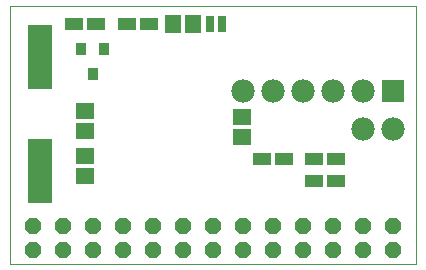
<source format=gbs>
G75*
G70*
%OFA0B0*%
%FSLAX24Y24*%
%IPPOS*%
%LPD*%
%AMOC8*
5,1,8,0,0,1.08239X$1,22.5*
%
%ADD10C,0.0000*%
%ADD11OC8,0.0555*%
%ADD12R,0.0355X0.0394*%
%ADD13R,0.0631X0.0434*%
%ADD14R,0.0552X0.0631*%
%ADD15C,0.0780*%
%ADD16R,0.0290X0.0540*%
%ADD17R,0.0800X0.2140*%
%ADD18R,0.0631X0.0552*%
%ADD19R,0.0780X0.0780*%
D10*
X000605Y000141D02*
X000605Y008718D01*
X014134Y008718D01*
X014134Y000141D01*
X000605Y000141D01*
D11*
X001355Y000581D03*
X002355Y000581D03*
X003355Y000581D03*
X004355Y000581D03*
X005355Y000581D03*
X006355Y000581D03*
X007355Y000581D03*
X008355Y000581D03*
X009355Y000581D03*
X010355Y000581D03*
X011355Y000581D03*
X012355Y000581D03*
X013355Y000581D03*
X013355Y001391D03*
X012355Y001391D03*
X011355Y001391D03*
X010355Y001391D03*
X009355Y001391D03*
X008355Y001391D03*
X007355Y001391D03*
X006355Y001391D03*
X005355Y001391D03*
X004355Y001391D03*
X003355Y001391D03*
X002355Y001391D03*
X001355Y001391D03*
D12*
X003355Y006458D03*
X003729Y007285D03*
X002981Y007285D03*
D13*
X002735Y008141D03*
X003475Y008141D03*
X004485Y008141D03*
X005225Y008141D03*
X008985Y003641D03*
X009725Y003641D03*
X010735Y003641D03*
X011475Y003641D03*
X011475Y002891D03*
X010735Y002891D03*
D14*
X006689Y008141D03*
X006020Y008141D03*
D15*
X008355Y005891D03*
X009355Y005891D03*
X010355Y005891D03*
X011355Y005891D03*
X012355Y005891D03*
X012355Y004641D03*
X013355Y004641D03*
D16*
X007680Y008141D03*
X007280Y008141D03*
D17*
X001605Y007041D03*
X001605Y003241D03*
D18*
X003105Y003056D03*
X003105Y003726D03*
X003105Y004556D03*
X003105Y005226D03*
X008317Y005019D03*
X008317Y004350D03*
D19*
X013355Y005891D03*
M02*

</source>
